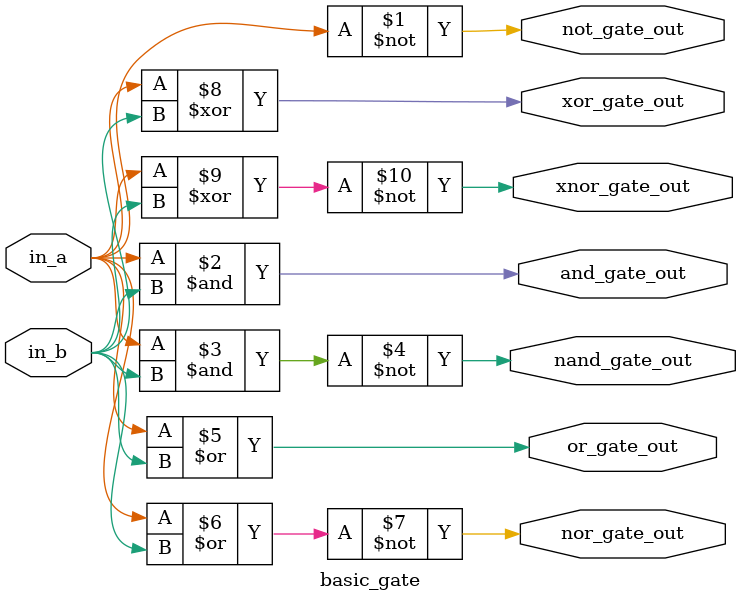
<source format=v>
`timescale 1ns / 1ps
module basic_gate
(
    input in_a,
    input in_b,
    output not_gate_out,
    output and_gate_out,
    output nand_gate_out,
    output or_gate_out,
    output nor_gate_out,
    output xor_gate_out,
    output xnor_gate_out
);


assign not_gate_out   = ~in_a;
assign and_gate_out  = in_a & in_b;
assign nand_gate_out = ~(in_a & in_b);
assign or_gate_out   = in_a | in_b;
assign nor_gate_out  = ~(in_a | in_b);
assign xor_gate_out  = in_a^in_b;
assign xnor_gate_out = ~(in_a^in_b);



endmodule

</source>
